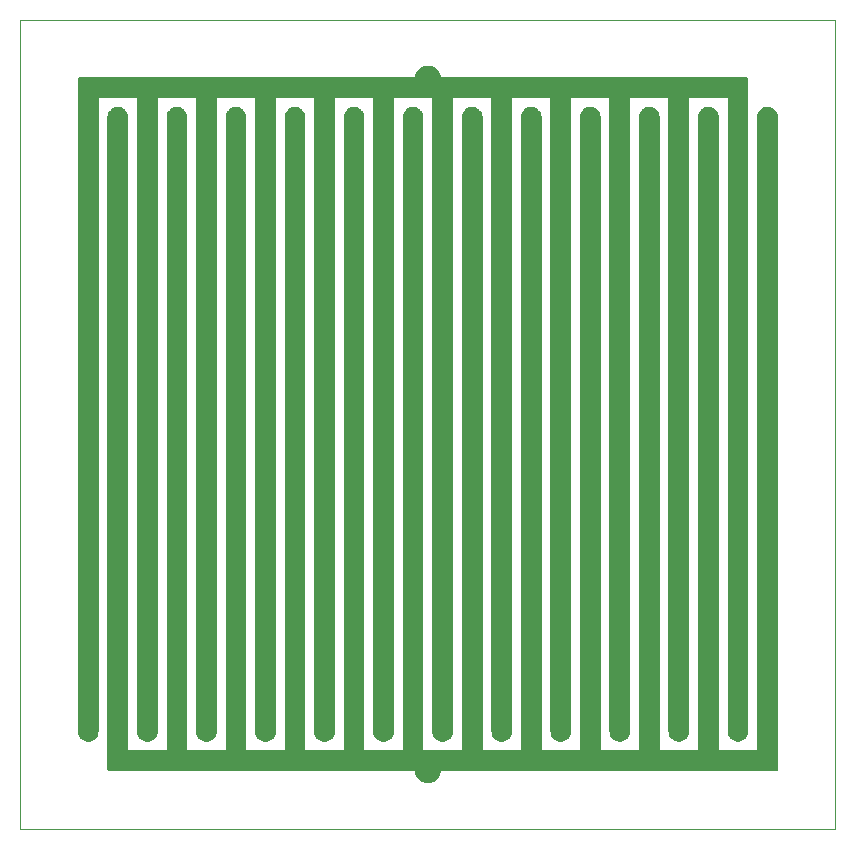
<source format=gts>
G04 EAGLE Gerber RS-274X export*
G75*
%MOMM*%
%FSLAX34Y34*%
%LPD*%
%INStop Mask Top*%
%IPPOS*%
%AMOC8*
5,1,8,0,0,1.08239X$1,22.5*%
G01*
%ADD10C,0.000000*%

G36*
X345959Y38778D02*
X345959Y38778D01*
X345996Y38776D01*
X346156Y38795D01*
X347970Y39134D01*
X348005Y39145D01*
X348042Y39150D01*
X348195Y39198D01*
X349916Y39865D01*
X349948Y39882D01*
X349984Y39893D01*
X350126Y39969D01*
X351695Y40941D01*
X351723Y40964D01*
X351756Y40981D01*
X351881Y41082D01*
X353245Y42325D01*
X353269Y42353D01*
X353298Y42376D01*
X353403Y42498D01*
X354515Y43971D01*
X354533Y44003D01*
X354558Y44031D01*
X354638Y44170D01*
X355461Y45822D01*
X355473Y45857D01*
X355492Y45889D01*
X355523Y45978D01*
X355532Y45996D01*
X355535Y46009D01*
X355546Y46040D01*
X356051Y47815D01*
X356056Y47852D01*
X356069Y47886D01*
X356094Y48045D01*
X356157Y48731D01*
X640000Y48731D01*
X640118Y48746D01*
X640237Y48753D01*
X640275Y48766D01*
X640316Y48771D01*
X640426Y48814D01*
X640539Y48851D01*
X640574Y48873D01*
X640611Y48888D01*
X640707Y48958D01*
X640808Y49021D01*
X640836Y49051D01*
X640869Y49074D01*
X640945Y49166D01*
X641026Y49253D01*
X641046Y49288D01*
X641071Y49319D01*
X641122Y49427D01*
X641180Y49531D01*
X641190Y49571D01*
X641207Y49607D01*
X641229Y49724D01*
X641259Y49839D01*
X641263Y49900D01*
X641267Y49920D01*
X641265Y49940D01*
X641269Y50000D01*
X641269Y602500D01*
X641267Y602517D01*
X641262Y602633D01*
X641098Y604192D01*
X641086Y604243D01*
X641083Y604296D01*
X641043Y604452D01*
X640559Y605943D01*
X640536Y605990D01*
X640522Y606041D01*
X640451Y606185D01*
X639667Y607543D01*
X639635Y607585D01*
X639611Y607631D01*
X639511Y607758D01*
X638462Y608923D01*
X638422Y608957D01*
X638389Y608998D01*
X638265Y609100D01*
X637720Y609496D01*
X636996Y610022D01*
X636950Y610047D01*
X636909Y610080D01*
X636766Y610155D01*
X635334Y610792D01*
X635284Y610808D01*
X635237Y610831D01*
X635082Y610874D01*
X633548Y611200D01*
X633495Y611205D01*
X633445Y611218D01*
X633284Y611228D01*
X631716Y611228D01*
X631664Y611222D01*
X631611Y611224D01*
X631452Y611200D01*
X629919Y610874D01*
X629869Y610857D01*
X629817Y610848D01*
X629666Y610792D01*
X628234Y610155D01*
X628189Y610128D01*
X628140Y610108D01*
X628004Y610022D01*
X626736Y609100D01*
X626697Y609065D01*
X626653Y609035D01*
X626538Y608923D01*
X625489Y607758D01*
X625459Y607715D01*
X625422Y607677D01*
X625333Y607543D01*
X624549Y606185D01*
X624529Y606137D01*
X624501Y606092D01*
X624441Y605943D01*
X623957Y604452D01*
X623947Y604400D01*
X623929Y604351D01*
X623902Y604192D01*
X623738Y602633D01*
X623738Y602615D01*
X623731Y602500D01*
X623731Y66269D01*
X591269Y66269D01*
X591269Y602500D01*
X591267Y602517D01*
X591262Y602633D01*
X591098Y604192D01*
X591086Y604243D01*
X591083Y604296D01*
X591043Y604452D01*
X590559Y605943D01*
X590536Y605990D01*
X590522Y606041D01*
X590451Y606185D01*
X589667Y607543D01*
X589635Y607585D01*
X589611Y607631D01*
X589511Y607758D01*
X588462Y608923D01*
X588422Y608957D01*
X588389Y608998D01*
X588265Y609100D01*
X587720Y609496D01*
X586996Y610022D01*
X586950Y610047D01*
X586909Y610080D01*
X586766Y610155D01*
X585334Y610792D01*
X585284Y610808D01*
X585237Y610831D01*
X585082Y610874D01*
X583548Y611200D01*
X583495Y611205D01*
X583445Y611218D01*
X583284Y611228D01*
X581716Y611228D01*
X581664Y611222D01*
X581611Y611224D01*
X581452Y611200D01*
X579919Y610874D01*
X579869Y610857D01*
X579817Y610848D01*
X579666Y610792D01*
X578234Y610155D01*
X578189Y610128D01*
X578140Y610108D01*
X578004Y610022D01*
X576736Y609100D01*
X576697Y609065D01*
X576653Y609035D01*
X576538Y608923D01*
X575489Y607758D01*
X575459Y607715D01*
X575422Y607677D01*
X575333Y607543D01*
X574549Y606185D01*
X574529Y606137D01*
X574501Y606092D01*
X574441Y605943D01*
X573957Y604452D01*
X573947Y604400D01*
X573929Y604351D01*
X573902Y604192D01*
X573738Y602633D01*
X573738Y602615D01*
X573731Y602500D01*
X573731Y66269D01*
X541269Y66269D01*
X541269Y602500D01*
X541267Y602517D01*
X541262Y602633D01*
X541098Y604192D01*
X541086Y604243D01*
X541083Y604296D01*
X541043Y604452D01*
X540559Y605943D01*
X540536Y605990D01*
X540522Y606041D01*
X540451Y606185D01*
X539667Y607543D01*
X539635Y607585D01*
X539611Y607631D01*
X539511Y607758D01*
X538462Y608923D01*
X538422Y608957D01*
X538389Y608998D01*
X538265Y609100D01*
X537720Y609496D01*
X536996Y610022D01*
X536950Y610047D01*
X536909Y610080D01*
X536766Y610155D01*
X535334Y610792D01*
X535284Y610808D01*
X535237Y610831D01*
X535082Y610874D01*
X533548Y611200D01*
X533495Y611205D01*
X533445Y611218D01*
X533284Y611228D01*
X531716Y611228D01*
X531664Y611222D01*
X531611Y611224D01*
X531452Y611200D01*
X529919Y610874D01*
X529869Y610857D01*
X529817Y610848D01*
X529666Y610792D01*
X528234Y610155D01*
X528189Y610128D01*
X528140Y610108D01*
X528004Y610022D01*
X526736Y609100D01*
X526697Y609065D01*
X526653Y609035D01*
X526538Y608923D01*
X525489Y607758D01*
X525459Y607715D01*
X525422Y607677D01*
X525333Y607543D01*
X524549Y606185D01*
X524529Y606137D01*
X524501Y606092D01*
X524441Y605943D01*
X523957Y604452D01*
X523947Y604400D01*
X523929Y604351D01*
X523902Y604192D01*
X523738Y602633D01*
X523738Y602615D01*
X523731Y602500D01*
X523731Y66269D01*
X491269Y66269D01*
X491269Y602500D01*
X491267Y602517D01*
X491262Y602633D01*
X491098Y604192D01*
X491086Y604243D01*
X491083Y604296D01*
X491043Y604452D01*
X490559Y605943D01*
X490536Y605990D01*
X490522Y606041D01*
X490451Y606185D01*
X489667Y607543D01*
X489635Y607585D01*
X489611Y607631D01*
X489511Y607758D01*
X488462Y608923D01*
X488422Y608957D01*
X488389Y608998D01*
X488265Y609100D01*
X487720Y609496D01*
X486996Y610022D01*
X486950Y610047D01*
X486909Y610080D01*
X486766Y610155D01*
X485334Y610792D01*
X485284Y610808D01*
X485237Y610831D01*
X485082Y610874D01*
X483548Y611200D01*
X483495Y611205D01*
X483445Y611218D01*
X483284Y611228D01*
X481716Y611228D01*
X481664Y611222D01*
X481611Y611224D01*
X481452Y611200D01*
X479919Y610874D01*
X479869Y610857D01*
X479817Y610848D01*
X479666Y610792D01*
X478234Y610155D01*
X478189Y610128D01*
X478140Y610108D01*
X478004Y610022D01*
X476736Y609100D01*
X476697Y609065D01*
X476653Y609035D01*
X476538Y608923D01*
X475489Y607758D01*
X475459Y607715D01*
X475422Y607677D01*
X475333Y607543D01*
X474549Y606185D01*
X474529Y606137D01*
X474501Y606092D01*
X474441Y605943D01*
X473957Y604452D01*
X473947Y604400D01*
X473929Y604351D01*
X473902Y604192D01*
X473738Y602633D01*
X473738Y602615D01*
X473731Y602500D01*
X473731Y66269D01*
X441269Y66269D01*
X441269Y602500D01*
X441267Y602517D01*
X441262Y602633D01*
X441098Y604192D01*
X441086Y604243D01*
X441083Y604296D01*
X441043Y604452D01*
X440559Y605943D01*
X440536Y605990D01*
X440522Y606041D01*
X440451Y606185D01*
X439667Y607543D01*
X439635Y607585D01*
X439611Y607631D01*
X439511Y607758D01*
X438462Y608923D01*
X438422Y608957D01*
X438389Y608998D01*
X438265Y609100D01*
X437720Y609496D01*
X436996Y610022D01*
X436950Y610047D01*
X436909Y610080D01*
X436766Y610155D01*
X435334Y610792D01*
X435284Y610808D01*
X435237Y610831D01*
X435082Y610874D01*
X433548Y611200D01*
X433495Y611205D01*
X433445Y611218D01*
X433284Y611228D01*
X431716Y611228D01*
X431664Y611222D01*
X431611Y611224D01*
X431452Y611200D01*
X429919Y610874D01*
X429869Y610857D01*
X429817Y610848D01*
X429666Y610792D01*
X428234Y610155D01*
X428189Y610128D01*
X428140Y610108D01*
X428004Y610022D01*
X426736Y609100D01*
X426697Y609065D01*
X426653Y609035D01*
X426538Y608923D01*
X425489Y607758D01*
X425459Y607715D01*
X425422Y607677D01*
X425333Y607543D01*
X424549Y606185D01*
X424529Y606137D01*
X424501Y606092D01*
X424441Y605943D01*
X423957Y604452D01*
X423947Y604400D01*
X423929Y604351D01*
X423902Y604192D01*
X423738Y602633D01*
X423738Y602615D01*
X423731Y602500D01*
X423731Y66269D01*
X391269Y66269D01*
X391269Y602500D01*
X391267Y602517D01*
X391262Y602633D01*
X391098Y604192D01*
X391086Y604243D01*
X391083Y604296D01*
X391043Y604452D01*
X390559Y605943D01*
X390536Y605990D01*
X390522Y606041D01*
X390451Y606185D01*
X389667Y607543D01*
X389635Y607585D01*
X389611Y607631D01*
X389511Y607758D01*
X388462Y608923D01*
X388422Y608957D01*
X388389Y608998D01*
X388265Y609100D01*
X387720Y609496D01*
X386996Y610022D01*
X386950Y610047D01*
X386909Y610080D01*
X386766Y610155D01*
X385334Y610792D01*
X385284Y610808D01*
X385237Y610831D01*
X385082Y610874D01*
X383548Y611200D01*
X383495Y611205D01*
X383445Y611218D01*
X383284Y611228D01*
X381716Y611228D01*
X381664Y611222D01*
X381611Y611224D01*
X381452Y611200D01*
X379919Y610874D01*
X379869Y610857D01*
X379817Y610848D01*
X379666Y610792D01*
X378234Y610155D01*
X378189Y610128D01*
X378140Y610108D01*
X378004Y610022D01*
X376736Y609100D01*
X376697Y609065D01*
X376653Y609035D01*
X376538Y608923D01*
X375489Y607758D01*
X375459Y607715D01*
X375422Y607677D01*
X375333Y607543D01*
X374549Y606185D01*
X374529Y606137D01*
X374501Y606092D01*
X374441Y605943D01*
X373957Y604452D01*
X373947Y604400D01*
X373929Y604351D01*
X373902Y604192D01*
X373738Y602633D01*
X373738Y602615D01*
X373731Y602500D01*
X373731Y66269D01*
X341269Y66269D01*
X341269Y602500D01*
X341267Y602517D01*
X341262Y602633D01*
X341098Y604192D01*
X341086Y604243D01*
X341083Y604296D01*
X341043Y604452D01*
X340559Y605943D01*
X340536Y605990D01*
X340522Y606041D01*
X340451Y606185D01*
X339667Y607543D01*
X339635Y607585D01*
X339611Y607631D01*
X339511Y607758D01*
X338462Y608923D01*
X338422Y608957D01*
X338389Y608998D01*
X338265Y609100D01*
X337720Y609496D01*
X336996Y610022D01*
X336950Y610047D01*
X336909Y610080D01*
X336766Y610155D01*
X335334Y610792D01*
X335284Y610808D01*
X335237Y610831D01*
X335082Y610874D01*
X333548Y611200D01*
X333495Y611205D01*
X333445Y611218D01*
X333284Y611228D01*
X331716Y611228D01*
X331664Y611222D01*
X331611Y611224D01*
X331452Y611200D01*
X329919Y610874D01*
X329869Y610857D01*
X329817Y610848D01*
X329666Y610792D01*
X328234Y610155D01*
X328189Y610128D01*
X328140Y610108D01*
X328004Y610022D01*
X326736Y609100D01*
X326697Y609065D01*
X326653Y609035D01*
X326538Y608923D01*
X325489Y607758D01*
X325459Y607715D01*
X325422Y607677D01*
X325333Y607543D01*
X324549Y606185D01*
X324529Y606137D01*
X324501Y606092D01*
X324441Y605943D01*
X323957Y604452D01*
X323947Y604400D01*
X323929Y604351D01*
X323902Y604192D01*
X323738Y602633D01*
X323738Y602615D01*
X323731Y602500D01*
X323731Y66269D01*
X291269Y66269D01*
X291269Y602500D01*
X291267Y602517D01*
X291262Y602633D01*
X291098Y604192D01*
X291086Y604243D01*
X291083Y604296D01*
X291043Y604452D01*
X290559Y605943D01*
X290536Y605990D01*
X290522Y606041D01*
X290451Y606185D01*
X289667Y607543D01*
X289635Y607585D01*
X289611Y607631D01*
X289511Y607758D01*
X288462Y608923D01*
X288422Y608957D01*
X288389Y608998D01*
X288265Y609100D01*
X287720Y609496D01*
X286996Y610022D01*
X286950Y610047D01*
X286909Y610080D01*
X286766Y610155D01*
X285334Y610792D01*
X285284Y610808D01*
X285237Y610831D01*
X285082Y610874D01*
X283548Y611200D01*
X283495Y611205D01*
X283445Y611218D01*
X283284Y611228D01*
X281716Y611228D01*
X281664Y611222D01*
X281611Y611224D01*
X281452Y611200D01*
X279919Y610874D01*
X279869Y610857D01*
X279817Y610848D01*
X279666Y610792D01*
X278234Y610155D01*
X278189Y610128D01*
X278140Y610108D01*
X278004Y610022D01*
X276736Y609100D01*
X276697Y609065D01*
X276653Y609035D01*
X276538Y608923D01*
X275489Y607758D01*
X275459Y607715D01*
X275422Y607677D01*
X275333Y607543D01*
X274549Y606185D01*
X274529Y606137D01*
X274501Y606092D01*
X274441Y605943D01*
X273957Y604452D01*
X273947Y604400D01*
X273929Y604351D01*
X273902Y604192D01*
X273738Y602633D01*
X273738Y602615D01*
X273731Y602500D01*
X273731Y66269D01*
X241269Y66269D01*
X241269Y602500D01*
X241267Y602517D01*
X241262Y602633D01*
X241098Y604192D01*
X241086Y604243D01*
X241083Y604296D01*
X241043Y604452D01*
X240559Y605943D01*
X240536Y605990D01*
X240522Y606041D01*
X240451Y606185D01*
X239667Y607543D01*
X239635Y607585D01*
X239611Y607631D01*
X239511Y607758D01*
X238462Y608923D01*
X238422Y608957D01*
X238389Y608998D01*
X238265Y609100D01*
X237720Y609496D01*
X236996Y610022D01*
X236950Y610047D01*
X236909Y610080D01*
X236766Y610155D01*
X235334Y610792D01*
X235284Y610808D01*
X235237Y610831D01*
X235082Y610874D01*
X233548Y611200D01*
X233495Y611205D01*
X233445Y611218D01*
X233284Y611228D01*
X231716Y611228D01*
X231664Y611222D01*
X231611Y611224D01*
X231452Y611200D01*
X229919Y610874D01*
X229869Y610857D01*
X229817Y610848D01*
X229666Y610792D01*
X228234Y610155D01*
X228189Y610128D01*
X228140Y610108D01*
X228004Y610022D01*
X226736Y609100D01*
X226697Y609065D01*
X226653Y609035D01*
X226538Y608923D01*
X225489Y607758D01*
X225459Y607715D01*
X225422Y607677D01*
X225333Y607543D01*
X224549Y606185D01*
X224529Y606137D01*
X224501Y606092D01*
X224441Y605943D01*
X223957Y604452D01*
X223947Y604400D01*
X223929Y604351D01*
X223902Y604192D01*
X223738Y602633D01*
X223738Y602615D01*
X223731Y602500D01*
X223731Y66269D01*
X191269Y66269D01*
X191269Y602500D01*
X191267Y602517D01*
X191262Y602633D01*
X191098Y604192D01*
X191086Y604243D01*
X191083Y604296D01*
X191043Y604452D01*
X190559Y605943D01*
X190536Y605990D01*
X190522Y606041D01*
X190451Y606185D01*
X189667Y607543D01*
X189635Y607585D01*
X189611Y607631D01*
X189511Y607758D01*
X188462Y608923D01*
X188422Y608957D01*
X188389Y608998D01*
X188265Y609100D01*
X187720Y609496D01*
X186996Y610022D01*
X186950Y610047D01*
X186909Y610080D01*
X186766Y610155D01*
X185334Y610792D01*
X185284Y610808D01*
X185237Y610831D01*
X185082Y610874D01*
X183548Y611200D01*
X183495Y611205D01*
X183445Y611218D01*
X183284Y611228D01*
X181716Y611228D01*
X181664Y611222D01*
X181611Y611224D01*
X181452Y611200D01*
X179919Y610874D01*
X179869Y610857D01*
X179817Y610848D01*
X179666Y610792D01*
X178234Y610155D01*
X178189Y610128D01*
X178140Y610108D01*
X178004Y610022D01*
X176736Y609100D01*
X176697Y609065D01*
X176653Y609035D01*
X176538Y608923D01*
X175489Y607758D01*
X175459Y607715D01*
X175422Y607677D01*
X175333Y607543D01*
X174549Y606185D01*
X174529Y606137D01*
X174501Y606092D01*
X174441Y605943D01*
X173957Y604452D01*
X173947Y604400D01*
X173929Y604351D01*
X173902Y604192D01*
X173738Y602633D01*
X173738Y602615D01*
X173731Y602500D01*
X173731Y66269D01*
X141269Y66269D01*
X141269Y602500D01*
X141267Y602517D01*
X141262Y602633D01*
X141098Y604192D01*
X141086Y604243D01*
X141083Y604296D01*
X141043Y604452D01*
X140559Y605943D01*
X140536Y605990D01*
X140522Y606041D01*
X140451Y606185D01*
X139667Y607543D01*
X139635Y607585D01*
X139611Y607631D01*
X139511Y607758D01*
X138462Y608923D01*
X138422Y608957D01*
X138389Y608998D01*
X138265Y609100D01*
X137720Y609496D01*
X136996Y610022D01*
X136950Y610047D01*
X136909Y610080D01*
X136766Y610155D01*
X135334Y610792D01*
X135284Y610808D01*
X135237Y610831D01*
X135082Y610874D01*
X133548Y611200D01*
X133495Y611205D01*
X133445Y611218D01*
X133284Y611228D01*
X131716Y611228D01*
X131664Y611222D01*
X131611Y611224D01*
X131452Y611200D01*
X129919Y610874D01*
X129869Y610857D01*
X129817Y610848D01*
X129666Y610792D01*
X128234Y610155D01*
X128189Y610128D01*
X128140Y610108D01*
X128004Y610022D01*
X126736Y609100D01*
X126697Y609065D01*
X126653Y609035D01*
X126538Y608923D01*
X125489Y607758D01*
X125459Y607715D01*
X125422Y607677D01*
X125333Y607543D01*
X124549Y606185D01*
X124529Y606137D01*
X124501Y606092D01*
X124441Y605943D01*
X123957Y604452D01*
X123947Y604400D01*
X123929Y604351D01*
X123902Y604192D01*
X123738Y602633D01*
X123738Y602615D01*
X123731Y602500D01*
X123731Y66269D01*
X91269Y66269D01*
X91269Y602500D01*
X91267Y602517D01*
X91262Y602633D01*
X91098Y604192D01*
X91086Y604243D01*
X91083Y604296D01*
X91043Y604452D01*
X90559Y605943D01*
X90536Y605990D01*
X90522Y606041D01*
X90451Y606185D01*
X89667Y607543D01*
X89635Y607585D01*
X89611Y607631D01*
X89511Y607758D01*
X88462Y608923D01*
X88422Y608957D01*
X88389Y608998D01*
X88265Y609100D01*
X87720Y609496D01*
X86996Y610022D01*
X86950Y610047D01*
X86909Y610080D01*
X86766Y610155D01*
X85334Y610792D01*
X85284Y610808D01*
X85237Y610831D01*
X85082Y610874D01*
X83548Y611200D01*
X83495Y611205D01*
X83445Y611218D01*
X83284Y611228D01*
X81716Y611228D01*
X81664Y611222D01*
X81611Y611224D01*
X81452Y611200D01*
X79919Y610874D01*
X79869Y610857D01*
X79817Y610848D01*
X79666Y610792D01*
X78234Y610155D01*
X78189Y610128D01*
X78140Y610108D01*
X78004Y610022D01*
X76736Y609100D01*
X76697Y609065D01*
X76653Y609035D01*
X76538Y608923D01*
X75489Y607758D01*
X75459Y607715D01*
X75422Y607677D01*
X75333Y607543D01*
X74549Y606185D01*
X74529Y606137D01*
X74501Y606092D01*
X74441Y605943D01*
X73957Y604452D01*
X73947Y604400D01*
X73929Y604351D01*
X73902Y604192D01*
X73738Y602633D01*
X73738Y602615D01*
X73731Y602500D01*
X73731Y50000D01*
X73746Y49882D01*
X73753Y49763D01*
X73766Y49725D01*
X73771Y49684D01*
X73814Y49574D01*
X73851Y49461D01*
X73873Y49426D01*
X73888Y49389D01*
X73958Y49293D01*
X74021Y49192D01*
X74051Y49164D01*
X74074Y49131D01*
X74166Y49056D01*
X74253Y48974D01*
X74288Y48954D01*
X74319Y48929D01*
X74427Y48878D01*
X74531Y48820D01*
X74571Y48810D01*
X74607Y48793D01*
X74724Y48771D01*
X74839Y48741D01*
X74900Y48737D01*
X74920Y48733D01*
X74940Y48735D01*
X75000Y48731D01*
X333843Y48731D01*
X333906Y48045D01*
X333914Y48009D01*
X333915Y47973D01*
X333949Y47815D01*
X334454Y46040D01*
X334469Y46006D01*
X334477Y45970D01*
X334521Y45864D01*
X334526Y45849D01*
X334530Y45843D01*
X334539Y45822D01*
X335362Y44170D01*
X335382Y44139D01*
X335396Y44105D01*
X335485Y43971D01*
X336597Y42498D01*
X336623Y42472D01*
X336643Y42441D01*
X336755Y42325D01*
X338119Y41082D01*
X338149Y41061D01*
X338174Y41034D01*
X338306Y40941D01*
X339874Y39969D01*
X339908Y39954D01*
X339938Y39932D01*
X340084Y39865D01*
X341805Y39198D01*
X341841Y39189D01*
X341874Y39174D01*
X342030Y39134D01*
X343844Y38795D01*
X343881Y38793D01*
X343917Y38784D01*
X344077Y38773D01*
X345923Y38773D01*
X345959Y38778D01*
G37*
G36*
X58336Y73778D02*
X58336Y73778D01*
X58389Y73776D01*
X58548Y73800D01*
X60082Y74126D01*
X60131Y74143D01*
X60183Y74152D01*
X60334Y74208D01*
X61766Y74845D01*
X61811Y74872D01*
X61860Y74892D01*
X61996Y74978D01*
X63265Y75900D01*
X63303Y75936D01*
X63347Y75965D01*
X63462Y76077D01*
X64511Y77242D01*
X64541Y77286D01*
X64578Y77323D01*
X64667Y77457D01*
X65451Y78815D01*
X65471Y78863D01*
X65499Y78908D01*
X65559Y79057D01*
X66043Y80548D01*
X66053Y80600D01*
X66071Y80649D01*
X66098Y80808D01*
X66262Y82367D01*
X66262Y82385D01*
X66269Y82500D01*
X66269Y618731D01*
X98731Y618731D01*
X98731Y82500D01*
X98733Y82483D01*
X98738Y82367D01*
X98902Y80808D01*
X98914Y80757D01*
X98917Y80704D01*
X98957Y80548D01*
X99441Y79057D01*
X99464Y79010D01*
X99478Y78959D01*
X99549Y78815D01*
X100333Y77457D01*
X100365Y77415D01*
X100389Y77369D01*
X100489Y77242D01*
X101538Y76077D01*
X101578Y76043D01*
X101612Y76002D01*
X101736Y75900D01*
X103004Y74978D01*
X103050Y74953D01*
X103091Y74920D01*
X103234Y74845D01*
X104666Y74208D01*
X104716Y74192D01*
X104763Y74169D01*
X104919Y74126D01*
X106452Y73800D01*
X106505Y73795D01*
X106555Y73782D01*
X106716Y73772D01*
X108284Y73772D01*
X108336Y73778D01*
X108389Y73776D01*
X108548Y73800D01*
X110082Y74126D01*
X110131Y74143D01*
X110183Y74152D01*
X110334Y74208D01*
X111766Y74845D01*
X111811Y74872D01*
X111860Y74892D01*
X111996Y74978D01*
X113265Y75900D01*
X113303Y75936D01*
X113347Y75965D01*
X113462Y76077D01*
X114511Y77242D01*
X114541Y77286D01*
X114578Y77323D01*
X114667Y77457D01*
X115451Y78815D01*
X115471Y78863D01*
X115499Y78908D01*
X115559Y79057D01*
X116043Y80548D01*
X116053Y80600D01*
X116071Y80649D01*
X116098Y80808D01*
X116262Y82367D01*
X116262Y82385D01*
X116269Y82500D01*
X116269Y618731D01*
X148731Y618731D01*
X148731Y82500D01*
X148733Y82483D01*
X148738Y82367D01*
X148902Y80808D01*
X148914Y80757D01*
X148917Y80704D01*
X148957Y80548D01*
X149441Y79057D01*
X149464Y79010D01*
X149478Y78959D01*
X149549Y78815D01*
X150333Y77457D01*
X150365Y77415D01*
X150389Y77369D01*
X150489Y77242D01*
X151538Y76077D01*
X151578Y76043D01*
X151612Y76002D01*
X151736Y75900D01*
X153004Y74978D01*
X153050Y74953D01*
X153091Y74920D01*
X153234Y74845D01*
X154666Y74208D01*
X154716Y74192D01*
X154763Y74169D01*
X154919Y74126D01*
X156452Y73800D01*
X156505Y73795D01*
X156555Y73782D01*
X156716Y73772D01*
X158284Y73772D01*
X158336Y73778D01*
X158389Y73776D01*
X158548Y73800D01*
X160082Y74126D01*
X160131Y74143D01*
X160183Y74152D01*
X160334Y74208D01*
X161766Y74845D01*
X161811Y74872D01*
X161860Y74892D01*
X161996Y74978D01*
X163265Y75900D01*
X163303Y75936D01*
X163347Y75965D01*
X163462Y76077D01*
X164511Y77242D01*
X164541Y77286D01*
X164578Y77323D01*
X164667Y77457D01*
X165451Y78815D01*
X165471Y78863D01*
X165499Y78908D01*
X165559Y79057D01*
X166043Y80548D01*
X166053Y80600D01*
X166071Y80649D01*
X166098Y80808D01*
X166262Y82367D01*
X166262Y82385D01*
X166269Y82500D01*
X166269Y618731D01*
X198731Y618731D01*
X198731Y82500D01*
X198733Y82483D01*
X198738Y82367D01*
X198902Y80808D01*
X198914Y80757D01*
X198917Y80704D01*
X198957Y80548D01*
X199441Y79057D01*
X199464Y79010D01*
X199478Y78959D01*
X199549Y78815D01*
X200333Y77457D01*
X200365Y77415D01*
X200389Y77369D01*
X200489Y77242D01*
X201538Y76077D01*
X201578Y76043D01*
X201612Y76002D01*
X201736Y75900D01*
X203004Y74978D01*
X203050Y74953D01*
X203091Y74920D01*
X203234Y74845D01*
X204666Y74208D01*
X204716Y74192D01*
X204763Y74169D01*
X204919Y74126D01*
X206452Y73800D01*
X206505Y73795D01*
X206555Y73782D01*
X206716Y73772D01*
X208284Y73772D01*
X208336Y73778D01*
X208389Y73776D01*
X208548Y73800D01*
X210082Y74126D01*
X210131Y74143D01*
X210183Y74152D01*
X210334Y74208D01*
X211766Y74845D01*
X211811Y74872D01*
X211860Y74892D01*
X211996Y74978D01*
X213265Y75900D01*
X213303Y75936D01*
X213347Y75965D01*
X213462Y76077D01*
X214511Y77242D01*
X214541Y77286D01*
X214578Y77323D01*
X214667Y77457D01*
X215451Y78815D01*
X215471Y78863D01*
X215499Y78908D01*
X215559Y79057D01*
X216043Y80548D01*
X216053Y80600D01*
X216071Y80649D01*
X216098Y80808D01*
X216262Y82367D01*
X216262Y82385D01*
X216269Y82500D01*
X216269Y618731D01*
X248731Y618731D01*
X248731Y82500D01*
X248733Y82483D01*
X248738Y82367D01*
X248902Y80808D01*
X248914Y80757D01*
X248917Y80704D01*
X248957Y80548D01*
X249441Y79057D01*
X249464Y79010D01*
X249478Y78959D01*
X249549Y78815D01*
X250333Y77457D01*
X250365Y77415D01*
X250389Y77369D01*
X250489Y77242D01*
X251538Y76077D01*
X251578Y76043D01*
X251612Y76002D01*
X251736Y75900D01*
X253004Y74978D01*
X253050Y74953D01*
X253091Y74920D01*
X253234Y74845D01*
X254666Y74208D01*
X254716Y74192D01*
X254763Y74169D01*
X254919Y74126D01*
X256452Y73800D01*
X256505Y73795D01*
X256555Y73782D01*
X256716Y73772D01*
X258284Y73772D01*
X258336Y73778D01*
X258389Y73776D01*
X258548Y73800D01*
X260082Y74126D01*
X260131Y74143D01*
X260183Y74152D01*
X260334Y74208D01*
X261766Y74845D01*
X261811Y74872D01*
X261860Y74892D01*
X261996Y74978D01*
X263265Y75900D01*
X263303Y75936D01*
X263347Y75965D01*
X263462Y76077D01*
X264511Y77242D01*
X264541Y77286D01*
X264578Y77323D01*
X264667Y77457D01*
X265451Y78815D01*
X265471Y78863D01*
X265499Y78908D01*
X265559Y79057D01*
X266043Y80548D01*
X266053Y80600D01*
X266071Y80649D01*
X266098Y80808D01*
X266262Y82367D01*
X266262Y82385D01*
X266269Y82500D01*
X266269Y618731D01*
X298731Y618731D01*
X298731Y82500D01*
X298733Y82483D01*
X298738Y82367D01*
X298902Y80808D01*
X298914Y80757D01*
X298917Y80704D01*
X298957Y80548D01*
X299441Y79057D01*
X299464Y79010D01*
X299478Y78959D01*
X299549Y78815D01*
X300333Y77457D01*
X300365Y77415D01*
X300389Y77369D01*
X300489Y77242D01*
X301538Y76077D01*
X301578Y76043D01*
X301612Y76002D01*
X301736Y75900D01*
X303004Y74978D01*
X303050Y74953D01*
X303091Y74920D01*
X303234Y74845D01*
X304666Y74208D01*
X304716Y74192D01*
X304763Y74169D01*
X304919Y74126D01*
X306452Y73800D01*
X306505Y73795D01*
X306555Y73782D01*
X306716Y73772D01*
X308284Y73772D01*
X308336Y73778D01*
X308389Y73776D01*
X308548Y73800D01*
X310082Y74126D01*
X310131Y74143D01*
X310183Y74152D01*
X310334Y74208D01*
X311766Y74845D01*
X311811Y74872D01*
X311860Y74892D01*
X311996Y74978D01*
X313265Y75900D01*
X313303Y75936D01*
X313347Y75965D01*
X313462Y76077D01*
X314511Y77242D01*
X314541Y77286D01*
X314578Y77323D01*
X314667Y77457D01*
X315451Y78815D01*
X315471Y78863D01*
X315499Y78908D01*
X315559Y79057D01*
X316043Y80548D01*
X316053Y80600D01*
X316071Y80649D01*
X316098Y80808D01*
X316262Y82367D01*
X316262Y82385D01*
X316269Y82500D01*
X316269Y618731D01*
X348731Y618731D01*
X348731Y82500D01*
X348733Y82483D01*
X348738Y82367D01*
X348902Y80808D01*
X348914Y80757D01*
X348917Y80704D01*
X348957Y80548D01*
X349441Y79057D01*
X349464Y79010D01*
X349478Y78959D01*
X349549Y78815D01*
X350333Y77457D01*
X350365Y77415D01*
X350389Y77369D01*
X350489Y77242D01*
X351538Y76077D01*
X351578Y76043D01*
X351612Y76002D01*
X351736Y75900D01*
X353004Y74978D01*
X353050Y74953D01*
X353091Y74920D01*
X353234Y74845D01*
X354666Y74208D01*
X354716Y74192D01*
X354763Y74169D01*
X354919Y74126D01*
X356452Y73800D01*
X356505Y73795D01*
X356555Y73782D01*
X356716Y73772D01*
X358284Y73772D01*
X358336Y73778D01*
X358389Y73776D01*
X358548Y73800D01*
X360082Y74126D01*
X360131Y74143D01*
X360183Y74152D01*
X360334Y74208D01*
X361766Y74845D01*
X361811Y74872D01*
X361860Y74892D01*
X361996Y74978D01*
X363265Y75900D01*
X363303Y75936D01*
X363347Y75965D01*
X363462Y76077D01*
X364511Y77242D01*
X364541Y77286D01*
X364578Y77323D01*
X364667Y77457D01*
X365451Y78815D01*
X365471Y78863D01*
X365499Y78908D01*
X365559Y79057D01*
X366043Y80548D01*
X366053Y80600D01*
X366071Y80649D01*
X366098Y80808D01*
X366262Y82367D01*
X366262Y82385D01*
X366269Y82500D01*
X366269Y618731D01*
X398731Y618731D01*
X398731Y82500D01*
X398733Y82483D01*
X398738Y82367D01*
X398902Y80808D01*
X398914Y80757D01*
X398917Y80704D01*
X398957Y80548D01*
X399441Y79057D01*
X399464Y79010D01*
X399478Y78959D01*
X399549Y78815D01*
X400333Y77457D01*
X400365Y77415D01*
X400389Y77369D01*
X400489Y77242D01*
X401538Y76077D01*
X401578Y76043D01*
X401612Y76002D01*
X401736Y75900D01*
X403004Y74978D01*
X403050Y74953D01*
X403091Y74920D01*
X403234Y74845D01*
X404666Y74208D01*
X404716Y74192D01*
X404763Y74169D01*
X404919Y74126D01*
X406452Y73800D01*
X406505Y73795D01*
X406555Y73782D01*
X406716Y73772D01*
X408284Y73772D01*
X408336Y73778D01*
X408389Y73776D01*
X408548Y73800D01*
X410082Y74126D01*
X410131Y74143D01*
X410183Y74152D01*
X410334Y74208D01*
X411766Y74845D01*
X411811Y74872D01*
X411860Y74892D01*
X411996Y74978D01*
X413265Y75900D01*
X413303Y75936D01*
X413347Y75965D01*
X413462Y76077D01*
X414511Y77242D01*
X414541Y77286D01*
X414578Y77323D01*
X414667Y77457D01*
X415451Y78815D01*
X415471Y78863D01*
X415499Y78908D01*
X415559Y79057D01*
X416043Y80548D01*
X416053Y80600D01*
X416071Y80649D01*
X416098Y80808D01*
X416262Y82367D01*
X416262Y82385D01*
X416269Y82500D01*
X416269Y618731D01*
X448731Y618731D01*
X448731Y82500D01*
X448733Y82483D01*
X448738Y82367D01*
X448902Y80808D01*
X448914Y80757D01*
X448917Y80704D01*
X448957Y80548D01*
X449441Y79057D01*
X449464Y79010D01*
X449478Y78959D01*
X449549Y78815D01*
X450333Y77457D01*
X450365Y77415D01*
X450389Y77369D01*
X450489Y77242D01*
X451538Y76077D01*
X451578Y76043D01*
X451612Y76002D01*
X451736Y75900D01*
X453004Y74978D01*
X453050Y74953D01*
X453091Y74920D01*
X453234Y74845D01*
X454666Y74208D01*
X454716Y74192D01*
X454763Y74169D01*
X454919Y74126D01*
X456452Y73800D01*
X456505Y73795D01*
X456555Y73782D01*
X456716Y73772D01*
X458284Y73772D01*
X458336Y73778D01*
X458389Y73776D01*
X458548Y73800D01*
X460082Y74126D01*
X460131Y74143D01*
X460183Y74152D01*
X460334Y74208D01*
X461766Y74845D01*
X461811Y74872D01*
X461860Y74892D01*
X461996Y74978D01*
X463265Y75900D01*
X463303Y75936D01*
X463347Y75965D01*
X463462Y76077D01*
X464511Y77242D01*
X464541Y77286D01*
X464578Y77323D01*
X464667Y77457D01*
X465451Y78815D01*
X465471Y78863D01*
X465499Y78908D01*
X465559Y79057D01*
X466043Y80548D01*
X466053Y80600D01*
X466071Y80649D01*
X466098Y80808D01*
X466262Y82367D01*
X466262Y82385D01*
X466269Y82500D01*
X466269Y618731D01*
X498731Y618731D01*
X498731Y82500D01*
X498733Y82483D01*
X498738Y82367D01*
X498902Y80808D01*
X498914Y80757D01*
X498917Y80704D01*
X498957Y80548D01*
X499441Y79057D01*
X499464Y79010D01*
X499478Y78959D01*
X499549Y78815D01*
X500333Y77457D01*
X500365Y77415D01*
X500389Y77369D01*
X500489Y77242D01*
X501538Y76077D01*
X501578Y76043D01*
X501612Y76002D01*
X501736Y75900D01*
X503004Y74978D01*
X503050Y74953D01*
X503091Y74920D01*
X503234Y74845D01*
X504666Y74208D01*
X504716Y74192D01*
X504763Y74169D01*
X504919Y74126D01*
X506452Y73800D01*
X506505Y73795D01*
X506555Y73782D01*
X506716Y73772D01*
X508284Y73772D01*
X508336Y73778D01*
X508389Y73776D01*
X508548Y73800D01*
X510082Y74126D01*
X510131Y74143D01*
X510183Y74152D01*
X510334Y74208D01*
X511766Y74845D01*
X511811Y74872D01*
X511860Y74892D01*
X511996Y74978D01*
X513265Y75900D01*
X513303Y75936D01*
X513347Y75965D01*
X513462Y76077D01*
X514511Y77242D01*
X514541Y77286D01*
X514578Y77323D01*
X514667Y77457D01*
X515451Y78815D01*
X515471Y78863D01*
X515499Y78908D01*
X515559Y79057D01*
X516043Y80548D01*
X516053Y80600D01*
X516071Y80649D01*
X516098Y80808D01*
X516262Y82367D01*
X516262Y82385D01*
X516269Y82500D01*
X516269Y618731D01*
X548731Y618731D01*
X548731Y82500D01*
X548733Y82483D01*
X548738Y82367D01*
X548902Y80808D01*
X548914Y80757D01*
X548917Y80704D01*
X548957Y80548D01*
X549441Y79057D01*
X549464Y79010D01*
X549478Y78959D01*
X549549Y78815D01*
X550333Y77457D01*
X550365Y77415D01*
X550389Y77369D01*
X550489Y77242D01*
X551538Y76077D01*
X551578Y76043D01*
X551612Y76002D01*
X551736Y75900D01*
X553004Y74978D01*
X553050Y74953D01*
X553091Y74920D01*
X553234Y74845D01*
X554666Y74208D01*
X554716Y74192D01*
X554763Y74169D01*
X554919Y74126D01*
X556452Y73800D01*
X556505Y73795D01*
X556555Y73782D01*
X556716Y73772D01*
X558284Y73772D01*
X558336Y73778D01*
X558389Y73776D01*
X558548Y73800D01*
X560082Y74126D01*
X560131Y74143D01*
X560183Y74152D01*
X560334Y74208D01*
X561766Y74845D01*
X561811Y74872D01*
X561860Y74892D01*
X561996Y74978D01*
X563265Y75900D01*
X563303Y75936D01*
X563347Y75965D01*
X563462Y76077D01*
X564511Y77242D01*
X564541Y77286D01*
X564578Y77323D01*
X564667Y77457D01*
X565451Y78815D01*
X565471Y78863D01*
X565499Y78908D01*
X565559Y79057D01*
X566043Y80548D01*
X566053Y80600D01*
X566071Y80649D01*
X566098Y80808D01*
X566262Y82367D01*
X566262Y82385D01*
X566269Y82500D01*
X566269Y618731D01*
X598731Y618731D01*
X598731Y82500D01*
X598733Y82483D01*
X598738Y82367D01*
X598902Y80808D01*
X598914Y80757D01*
X598917Y80704D01*
X598957Y80548D01*
X599441Y79057D01*
X599464Y79010D01*
X599478Y78959D01*
X599549Y78815D01*
X600333Y77457D01*
X600365Y77415D01*
X600389Y77369D01*
X600489Y77242D01*
X601538Y76077D01*
X601578Y76043D01*
X601612Y76002D01*
X601736Y75900D01*
X603004Y74978D01*
X603050Y74953D01*
X603091Y74920D01*
X603234Y74845D01*
X604666Y74208D01*
X604716Y74192D01*
X604763Y74169D01*
X604919Y74126D01*
X606452Y73800D01*
X606505Y73795D01*
X606555Y73782D01*
X606716Y73772D01*
X608284Y73772D01*
X608336Y73778D01*
X608389Y73776D01*
X608548Y73800D01*
X610082Y74126D01*
X610131Y74143D01*
X610183Y74152D01*
X610334Y74208D01*
X611766Y74845D01*
X611811Y74872D01*
X611860Y74892D01*
X611996Y74978D01*
X613265Y75900D01*
X613303Y75936D01*
X613347Y75965D01*
X613462Y76077D01*
X614511Y77242D01*
X614541Y77286D01*
X614578Y77323D01*
X614667Y77457D01*
X615451Y78815D01*
X615471Y78863D01*
X615499Y78908D01*
X615559Y79057D01*
X616043Y80548D01*
X616053Y80600D01*
X616071Y80649D01*
X616098Y80808D01*
X616262Y82367D01*
X616262Y82385D01*
X616269Y82500D01*
X616269Y635000D01*
X616254Y635118D01*
X616247Y635237D01*
X616234Y635275D01*
X616229Y635316D01*
X616186Y635426D01*
X616149Y635539D01*
X616127Y635574D01*
X616112Y635611D01*
X616043Y635707D01*
X615979Y635808D01*
X615949Y635836D01*
X615926Y635869D01*
X615834Y635945D01*
X615747Y636026D01*
X615712Y636046D01*
X615681Y636071D01*
X615573Y636122D01*
X615469Y636180D01*
X615429Y636190D01*
X615393Y636207D01*
X615276Y636229D01*
X615161Y636259D01*
X615101Y636263D01*
X615081Y636267D01*
X615060Y636265D01*
X615000Y636269D01*
X356157Y636269D01*
X356094Y636955D01*
X356086Y636991D01*
X356085Y637028D01*
X356051Y637185D01*
X355546Y638960D01*
X355531Y638994D01*
X355523Y639030D01*
X355461Y639178D01*
X354638Y640830D01*
X354618Y640861D01*
X354604Y640895D01*
X354515Y641029D01*
X353403Y642502D01*
X353377Y642528D01*
X353357Y642559D01*
X353245Y642675D01*
X351881Y643918D01*
X351851Y643939D01*
X351826Y643966D01*
X351695Y644059D01*
X350126Y645031D01*
X350092Y645046D01*
X350062Y645068D01*
X349916Y645135D01*
X348195Y645802D01*
X348159Y645811D01*
X348126Y645826D01*
X347970Y645866D01*
X346156Y646205D01*
X346119Y646207D01*
X346083Y646216D01*
X345923Y646227D01*
X344077Y646227D01*
X344041Y646222D01*
X344004Y646224D01*
X343844Y646205D01*
X342030Y645866D01*
X341995Y645855D01*
X341958Y645850D01*
X341805Y645802D01*
X340084Y645135D01*
X340052Y645118D01*
X340016Y645107D01*
X339874Y645031D01*
X338306Y644059D01*
X338277Y644036D01*
X338244Y644019D01*
X338119Y643918D01*
X336755Y642675D01*
X336731Y642647D01*
X336702Y642624D01*
X336597Y642502D01*
X335485Y641029D01*
X335467Y640997D01*
X335442Y640969D01*
X335434Y640955D01*
X335434Y640954D01*
X335433Y640953D01*
X335362Y640830D01*
X334539Y639178D01*
X334527Y639143D01*
X334508Y639112D01*
X334454Y638960D01*
X333949Y637185D01*
X333944Y637148D01*
X333931Y637114D01*
X333906Y636955D01*
X333843Y636269D01*
X50000Y636269D01*
X49882Y636254D01*
X49763Y636247D01*
X49725Y636234D01*
X49684Y636229D01*
X49574Y636186D01*
X49461Y636149D01*
X49426Y636127D01*
X49389Y636112D01*
X49293Y636043D01*
X49192Y635979D01*
X49164Y635949D01*
X49131Y635926D01*
X49056Y635834D01*
X48974Y635747D01*
X48954Y635712D01*
X48929Y635681D01*
X48878Y635573D01*
X48820Y635469D01*
X48810Y635429D01*
X48793Y635393D01*
X48771Y635276D01*
X48741Y635161D01*
X48737Y635101D01*
X48733Y635081D01*
X48735Y635060D01*
X48731Y635000D01*
X48731Y82500D01*
X48733Y82483D01*
X48738Y82367D01*
X48902Y80808D01*
X48914Y80757D01*
X48917Y80704D01*
X48957Y80548D01*
X49441Y79057D01*
X49464Y79010D01*
X49478Y78959D01*
X49549Y78815D01*
X50333Y77457D01*
X50365Y77415D01*
X50389Y77369D01*
X50489Y77242D01*
X51538Y76077D01*
X51578Y76043D01*
X51612Y76002D01*
X51736Y75900D01*
X53004Y74978D01*
X53050Y74953D01*
X53091Y74920D01*
X53234Y74845D01*
X54666Y74208D01*
X54716Y74192D01*
X54763Y74169D01*
X54919Y74126D01*
X56452Y73800D01*
X56505Y73795D01*
X56555Y73782D01*
X56716Y73772D01*
X58284Y73772D01*
X58336Y73778D01*
G37*
D10*
X0Y0D02*
X0Y685000D01*
X690000Y685000D01*
X690000Y0D01*
X0Y0D01*
M02*

</source>
